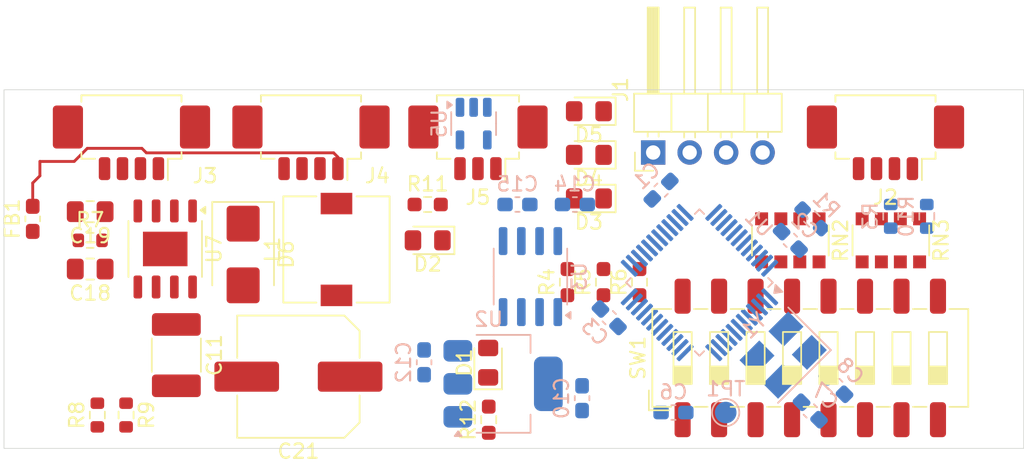
<source format=kicad_pcb>
(kicad_pcb
	(version 20241229)
	(generator "pcbnew")
	(generator_version "9.0")
	(general
		(thickness 1.6)
		(legacy_teardrops no)
	)
	(paper "A4")
	(layers
		(0 "F.Cu" signal)
		(2 "B.Cu" signal)
		(9 "F.Adhes" user "F.Adhesive")
		(11 "B.Adhes" user "B.Adhesive")
		(13 "F.Paste" user)
		(15 "B.Paste" user)
		(5 "F.SilkS" user "F.Silkscreen")
		(7 "B.SilkS" user "B.Silkscreen")
		(1 "F.Mask" user)
		(3 "B.Mask" user)
		(17 "Dwgs.User" user "User.Drawings")
		(19 "Cmts.User" user "User.Comments")
		(21 "Eco1.User" user "User.Eco1")
		(23 "Eco2.User" user "User.Eco2")
		(25 "Edge.Cuts" user)
		(27 "Margin" user)
		(31 "F.CrtYd" user "F.Courtyard")
		(29 "B.CrtYd" user "B.Courtyard")
		(35 "F.Fab" user)
		(33 "B.Fab" user)
		(39 "User.1" user)
		(41 "User.2" user)
		(43 "User.3" user)
		(45 "User.4" user)
	)
	(setup
		(pad_to_mask_clearance 0)
		(allow_soldermask_bridges_in_footprints no)
		(tenting front back)
		(pcbplotparams
			(layerselection 0x00000000_00000000_55555555_5755f5ff)
			(plot_on_all_layers_selection 0x00000000_00000000_00000000_00000000)
			(disableapertmacros no)
			(usegerberextensions no)
			(usegerberattributes yes)
			(usegerberadvancedattributes yes)
			(creategerberjobfile yes)
			(dashed_line_dash_ratio 12.000000)
			(dashed_line_gap_ratio 3.000000)
			(svgprecision 4)
			(plotframeref no)
			(mode 1)
			(useauxorigin no)
			(hpglpennumber 1)
			(hpglpenspeed 20)
			(hpglpendiameter 15.000000)
			(pdf_front_fp_property_popups yes)
			(pdf_back_fp_property_popups yes)
			(pdf_metadata yes)
			(pdf_single_document no)
			(dxfpolygonmode yes)
			(dxfimperialunits yes)
			(dxfusepcbnewfont yes)
			(psnegative no)
			(psa4output no)
			(plot_black_and_white yes)
			(plotinvisibletext no)
			(sketchpadsonfab no)
			(plotpadnumbers no)
			(hidednponfab no)
			(sketchdnponfab yes)
			(crossoutdnponfab yes)
			(subtractmaskfromsilk no)
			(outputformat 1)
			(mirror no)
			(drillshape 1)
			(scaleselection 1)
			(outputdirectory "")
		)
	)
	(net 0 "")
	(net 1 "GND")
	(net 2 "+3.3V")
	(net 3 "/NRST")
	(net 4 "/OSC_OUT")
	(net 5 "/OSC_IN")
	(net 6 "Net-(U2-GND)")
	(net 7 "V_IN")
	(net 8 "+5V")
	(net 9 "Net-(U7-COMP)")
	(net 10 "Net-(C19-Pad2)")
	(net 11 "/STATUS_LED1")
	(net 12 "/STATUS_LED1_K")
	(net 13 "/STATUS_LED2")
	(net 14 "/STATUS_LED2_K")
	(net 15 "/STATUS_LED3")
	(net 16 "/STATUS_LED3_K")
	(net 17 "/Reg3.3Sw")
	(net 18 "/SWDIO")
	(net 19 "/SWCLK")
	(net 20 "/USART1_RX")
	(net 21 "/USART1_TX")
	(net 22 "/CAN+")
	(net 23 "/CAN-")
	(net 24 "Net-(J5-Pin_2)")
	(net 25 "/BOOT0")
	(net 26 "Net-(U7-FB)")
	(net 27 "/CFG6")
	(net 28 "/CFG2")
	(net 29 "/CFG7")
	(net 30 "/CFG1")
	(net 31 "/CFG5")
	(net 32 "/CFG4")
	(net 33 "/CFG3")
	(net 34 "/CFG0")
	(net 35 "/BUTTON_CONTACT_2")
	(net 36 "unconnected-(U1-PB5-Pad41)")
	(net 37 "/LED_DATA")
	(net 38 "/BUTTON_CONTACT_1")
	(net 39 "unconnected-(U1-PA4-Pad14)")
	(net 40 "unconnected-(U1-PA15-Pad38)")
	(net 41 "unconnected-(U1-PA2-Pad12)")
	(net 42 "unconnected-(U1-PB12-Pad25)")
	(net 43 "unconnected-(U1-PB4-Pad40)")
	(net 44 "unconnected-(U1-PA11-Pad32)")
	(net 45 "/CAN_TX")
	(net 46 "unconnected-(U1-PA12-Pad33)")
	(net 47 "unconnected-(U1-PB3-Pad39)")
	(net 48 "unconnected-(U1-PA3-Pad13)")
	(net 49 "unconnected-(U1-PA6-Pad16)")
	(net 50 "unconnected-(U1-PB15-Pad28)")
	(net 51 "unconnected-(U1-PA10-Pad31)")
	(net 52 "unconnected-(U1-PA5-Pad15)")
	(net 53 "/CAN_RX")
	(net 54 "unconnected-(U5-NC-Pad1)")
	(net 55 "unconnected-(U7-VREF-Pad6)")
	(net 56 "unconnected-(U7-SYNC-Pad2)")
	(net 57 "/PWR_LED_3.3_K")
	(net 58 "/PWR_LED_5_K")
	(net 59 "/V_BUS")
	(footprint "Resistor_SMD:R_0603_1608Metric_Pad0.98x0.95mm_HandSolder" (layer "F.Cu") (at 66.74 38.4125 90))
	(footprint "Capacitor_SMD:C_1812_4532Metric_Pad1.57x3.40mm_HandSolder" (layer "F.Cu") (at 36.999999 43.499999 -90))
	(footprint "Connector_Molex:Molex_PicoBlade_53261-0471_1x04-1MP_P1.25mm_Horizontal" (layer "F.Cu") (at 86.375 28.1 180))
	(footprint "LED_SMD:LED_0805_2012Metric_Pad1.15x1.40mm_HandSolder" (layer "F.Cu") (at 58.71 44.024999 90))
	(footprint "Resistor_SMD:R_Array_Convex_4x1206" (layer "F.Cu") (at 86.75 35.5 -90))
	(footprint "Resistor_SMD:R_0603_1608Metric" (layer "F.Cu") (at 33.5 47.675 -90))
	(footprint "Resistor_SMD:R_0603_1608Metric" (layer "F.Cu") (at 31.5 47.675 90))
	(footprint "LED_SMD:LED_0805_2012Metric_Pad1.15x1.40mm_HandSolder" (layer "F.Cu") (at 65.725001 26.5 180))
	(footprint "Capacitor_SMD:C_0805_2012Metric_Pad1.18x1.45mm_HandSolder" (layer "F.Cu") (at 31 37.5 180))
	(footprint "Diode_SMD:D_SMB" (layer "F.Cu") (at 41.649999 36.484997 -90))
	(footprint "Package_SO:HSOP-8-1EP_3.9x4.9mm_P1.27mm_EP2.41x3.1mm" (layer "F.Cu") (at 36.224999 36.099999 -90))
	(footprint "Resistor_SMD:R_0603_1608Metric_Pad0.98x0.95mm_HandSolder" (layer "F.Cu") (at 64.23 38.4125 90))
	(footprint "LED_SMD:LED_0805_2012Metric_Pad1.15x1.40mm_HandSolder" (layer "F.Cu") (at 65.725002 29.540001 180))
	(footprint "Connector_Molex:Molex_PicoBlade_53261-0471_1x04-1MP_P1.25mm_Horizontal" (layer "F.Cu") (at 33.875 28.1 180))
	(footprint "Connector_Molex:Molex_PicoBlade_53261-0371_1x03-1MP_P1.25mm_Horizontal" (layer "F.Cu") (at 58 28.1 180))
	(footprint "Resistor_SMD:R_0603_1608Metric_Pad0.98x0.95mm_HandSolder" (layer "F.Cu") (at 69.25 38.4125 90))
	(footprint "Inductor_SMD:L_7.3x7.3_H3.5" (layer "F.Cu") (at 48.15 36.134998 90))
	(footprint "Connector_PinHeader_2.54mm:PinHeader_1x04_P2.54mm_Horizontal" (layer "F.Cu") (at 70.2 29.375 90))
	(footprint "Resistor_SMD:R_Array_Convex_4x1206" (layer "F.Cu") (at 79.75 35.5 -90))
	(footprint "Resistor_SMD:R_0603_1608Metric_Pad0.98x0.95mm_HandSolder" (layer "F.Cu") (at 54.5 33))
	(footprint "Resistor_SMD:R_0603_1608Metric" (layer "F.Cu") (at 31 35.5))
	(footprint "Connector_Molex:Molex_PicoBlade_53261-0471_1x04-1MP_P1.25mm_Horizontal" (layer "F.Cu") (at 46.375 28.1 180))
	(footprint "Capacitor_SMD:C_Elec_8x10.2" (layer "F.Cu") (at 45.5 45 180))
	(footprint "Button_Switch_SMD:SW_DIP_SPSTx08_Slide_6.7x21.88mm_W8.61mm_P2.54mm_LowProfile" (layer "F.Cu") (at 81.14 43.695 90))
	(footprint "Inductor_SMD:L_0603_1608Metric_Pad1.05x0.95mm_HandSolder" (layer "F.Cu") (at 27 34 90))
	(footprint "Capacitor_SMD:C_0805_2012Metric_Pad1.18x1.45mm_HandSolder" (layer "F.Cu") (at 31 33.5 180))
	(footprint "Resistor_SMD:R_0603_1608Metric_Pad0.98x0.95mm_HandSolder" (layer "F.Cu") (at 58.75 48 90))
	(footprint "LED_SMD:LED_0805_2012Metric_Pad1.15x1.40mm_HandSolder" (layer "F.Cu") (at 65.725002 32.58 180))
	(footprint "LED_SMD:LED_0805_2012Metric_Pad1.15x1.40mm_HandSolder" (layer "F.Cu") (at 54.5 35.5 180))
	(footprint "Resistor_SMD:R_0603_1608Metric" (layer "B.Cu") (at 86.74 33.825 -90))
	(footprint "Capacitor_SMD:C_0603_1608Metric_Pad1.08x0.95mm_HandSolder" (layer "B.Cu") (at 71.6125 47.5 180))
	(footprint "Capacitor_SMD:C_0603_1608Metric_Pad1.08x0.95mm_HandSolder" (layer "B.Cu") (at 82.914958 45.615282 135))
	(footprint "Capacitor_SMD:C_0603_1608Metric_Pad1.08x0.95mm_HandSolder" (layer "B.Cu") (at 64.75 33 180))
	(footprint "Resistor_SMD:R_0603_1608Metric_Pad0.98x0.95mm_HandSolder"
		(layer "B.Cu")
		(uuid "3a7c02ac-95f7-4b22-9c3a-813e02b86541")
		(at 81.25 34 135)
		(descr "Resistor SMD 0603 (1608 Metric), square (rectangular) end terminal, IPC_7351 nominal with elongated pad for handsoldering. (Body size source: IPC-SM-782 page 72, https://www.pcb-3d.com/wordpress/wp-content/uploads/ipc-sm-782a_amendment_1_and_2.pdf), generated with kicad-footprint-generator")
		(tags "resistor handsolder")
		(property "Reference" "R1"
			(at 0 1.43 135)
			(layer "B.SilkS")
			(uuid "9308461e-5096-42d0-9e43-0920626ca4eb")
			(effects
				(font
					(size 1 1)
					(thickness 0.15)
				)
				(justify mirror)
			)
		)
		(property "Value" "10k"
			(at 0 -1.43 135)
			(layer "B.Fab")
			(uuid "e9661259-8c94-4370-8ac7-9ea96db950dc")
			(effects
				(font
					(size 1 1)
					(thickness 0.15)
				)
				(justify mirror)
			)
		)
		(property "Datasheet" ""
			(at 0 0 315)
			(unlocked yes)
			(layer "B.Fab")
			(hide yes)
			(uuid "ae810910-12bd-43da-9324-ab1b346a4389")
			(effects
				(font
					(size 1.27 1.27)
					(thickness 0.15)
				)
				(justify mirror)
			)
		)
		(property "Description" "Resistor"
			(at 0 0 315)
			(unlocked yes)
			(layer "B.Fab")
			(hide yes)
			(uuid "9f08c724-02c2-4f3e-b00d-bc4b8da79523")
			(effects
				(font
					(size 1.27 1.27)
					(thickness 0.15)
				)
				(justify mirror)
			)
		)
		(property ki_fp_filters "R_*")
		(path "/8689ed1c-5de6-4ecc-a04b-7d433f55e5c5")
		(sheetname "/")
		(sheetfile "BuzzerSystem.kicad_sch")
		(attr smd)
		(fp_line
			(start -0.254724 -0.5225)
			(end 0.254724 -0.5225)
			(stroke
				(width 0.12)
				(type solid)
			)
			(layer "B.SilkS")
			(uuid "66e48dd6-3682-4c9b-af41-ffd000d947d4")
		)
		(fp_line
			(start -0.254724 0.5225)
			(end 0.254724 0.5225)
			(stroke
				(width 0.12)
				(type solid)
			)
			(layer "B.SilkS")
			(uuid "ce292177-9f74-4bf7-9f70-ef5c6736dd64")
		)
		(fp_line
			(start 1.65 -0.73)
			(end -1.65 -0.73)
			(stroke
				(width 0.05)
				(type solid)
			)
			(layer "B.CrtYd")
			(uuid "e4c3ad7d-f278-47a4-a2ca-8255c6e2fe42")
		)
		(fp_line
			(start 1.65 0.73)
			(end 1.65 -0.73)
			(stroke
				(width 0.05)
				(type solid)
			)
			(layer "B.CrtYd")
			(uuid "c7637eea-9e8f-43d3-8783-0d858b157cf5")
		)
		(fp_line
			(start -1.65 -0.73)
			(end -1.65 0.73)
			(stroke
				(width 0.05)
				(type solid)
			)
			(layer "B.CrtYd")
			(uuid "cb8c9110-4bc6-4bbd-bb3c-8a90f516abe6")
		)
		(fp_line
			(start -1.65 0.73)
			(end 1.65 0.73)
			(stroke
				(width 0.05)
				(type solid)
			)
			(layer "B.CrtYd")
			(uuid "f5942083-75d9-4714-9770-8b70c5297a53")
		)
		(fp_line
			(start 0.8 -0.4125)
			(end -0.8 -0.4125)
			(stroke
				(width 0.1)
				(type solid)
			)
			(layer "B.Fab")
			(uuid "90a3df0f-ec96-40e7-8393-1900e41685aa")
		)
		(fp_line
			(start 0.8 0.4125)
			(end 0.8 -0.4125)
			(stroke
				(width 0.1)
				(type solid)
			)
			(layer "B.Fab")
			(uuid "f58eb4f7-5360-4fdf-a1ae-1a315f7a1afc")
		)
		(fp_line
			(start -0.8 -0.4125)
			(end -0.8 0.4125)
			(stroke
				(width 0.1)
				(type solid)
			)
			(layer "B.Fab")
			(uuid "b804beea-197a-46c5-ba78-82772ee84613")
		)
		(fp_line
			(start -0.8 0.4125)
			(end 0.8 0.4125)
			(stroke
				(width 0.1)
				(type solid)
			)
			(layer "B.Fab")
			(uuid "69812e52-d918-4336-b933-0955aafe185a")
		)
		(fp_text user "${REFERENCE}"
			(at 0 0 135)
			(layer "B.Fab")
			(uuid "a013b36c-787f-4712-a821-d97538b24806")
			(effects
				(font
					(size 0.4 0.4)
					(thickness 0.06)
				)
				(justify mirror)
			)
		)
		(pad "1" smd roundrect
			(at -0.9125 0 135)
			(size 0.975 0.95)
			(layers "B.Cu" "B.Mask" "B.Paste")
			(ro
... [82691 chars truncated]
</source>
